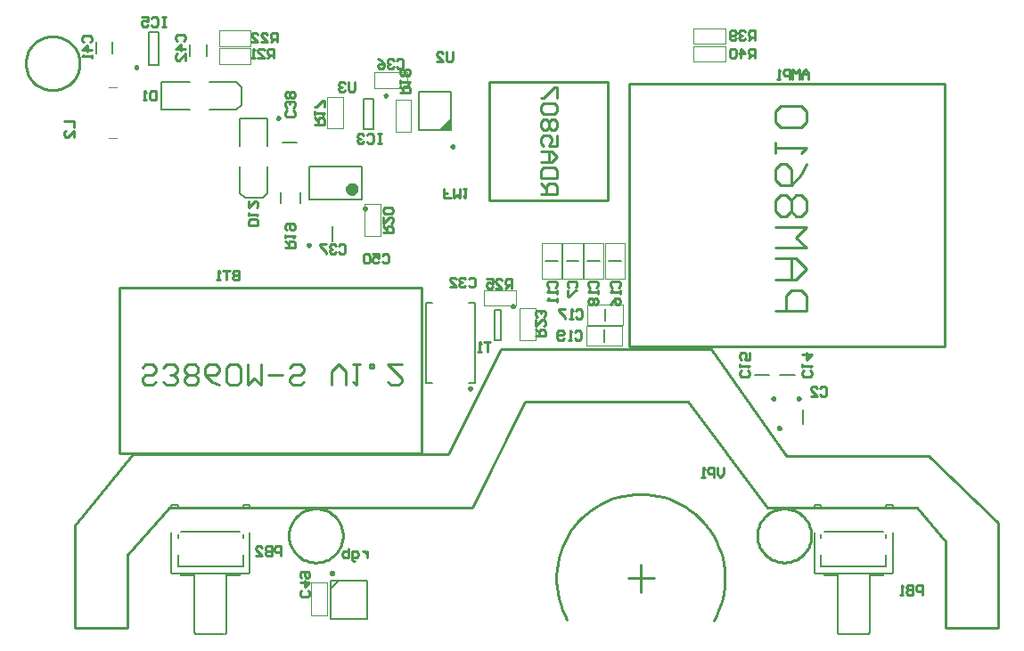
<source format=gbo>
%FSTAX25Y25*%
%MOIN*%
%SFA1B1*%

%IPPOS*%
%ADD30C,0.010000*%
%ADD60C,0.009840*%
%ADD61C,0.023620*%
%ADD62C,0.003940*%
%ADD63C,0.007870*%
%ADD64C,0.005040*%
%LNmain_pcb-1*%
%LPD*%
G54D30*
X0304965Y0233465D02*
D01*
X030494Y0234168*
X0304866Y0234868*
X0304744Y0235561*
X0304574Y0236244*
X0304356Y0236913*
X0304093Y0237566*
X0303784Y0238199*
X0303432Y0238808*
X0303039Y0239392*
X0302605Y0239946*
X0302134Y0240469*
X0301628Y0240958*
X0301089Y0241411*
X0300519Y0241825*
X0299923Y0242198*
X0299301Y0242528*
X0298658Y0242814*
X0297997Y0243055*
X029732Y0243249*
X0296632Y0243395*
X0295935Y0243493*
X0295232Y0243542*
X0294529*
X0293826Y0243493*
X0293129Y0243395*
X0292441Y0243249*
X0291764Y0243055*
X0291103Y0242814*
X029046Y0242528*
X0289839Y0242198*
X0289242Y0241825*
X0288672Y0241411*
X0288133Y0240958*
X0287627Y0240469*
X0287156Y0239946*
X0286722Y0239392*
X0286329Y0238808*
X0285977Y0238199*
X0285668Y0237566*
X0285405Y0236913*
X0285187Y0236244*
X0285017Y0235561*
X0284895Y0234868*
X0284821Y0234168*
X0284797Y0233465*
X0284821Y0232761*
X0284895Y0232061*
X0285017Y0231368*
X0285187Y0230685*
X0285405Y0230016*
X0285668Y0229363*
X0285977Y022873*
X0286329Y0228121*
X0286722Y0227537*
X0287156Y0226983*
X0287627Y022646*
X0288133Y0225971*
X0288672Y0225518*
X0289242Y0225104*
X0289839Y0224731*
X029046Y0224401*
X0291103Y0224115*
X0291764Y0223874*
X0292441Y022368*
X0293129Y0223534*
X0293826Y0223436*
X0294529Y0223387*
X0295232*
X0295935Y0223436*
X0296632Y0223534*
X029732Y022368*
X0297997Y0223874*
X0298658Y0224115*
X0299301Y0224401*
X0299923Y0224731*
X0300519Y0225104*
X0301089Y0225518*
X0301628Y0225971*
X0302134Y022646*
X0302605Y0226983*
X0303039Y0227537*
X0303432Y0228121*
X0303784Y022873*
X0304093Y0229363*
X0304356Y0230016*
X0304574Y0230685*
X0304744Y0231368*
X0304866Y0232061*
X030494Y0232761*
X0304965Y0233465*
X0480162D02*
D01*
X0480137Y0234168*
X0480063Y0234868*
X0479941Y0235561*
X0479771Y0236244*
X0479553Y0236913*
X047929Y0237566*
X0478981Y0238199*
X0478629Y0238808*
X0478236Y0239392*
X0477802Y0239946*
X0477331Y0240469*
X0476825Y0240958*
X0476286Y0241411*
X0475716Y0241825*
X047512Y0242198*
X0474498Y0242528*
X0473855Y0242814*
X0473194Y0243055*
X0472517Y0243249*
X0471829Y0243395*
X0471132Y0243493*
X0470429Y0243542*
X0469726*
X0469023Y0243493*
X0468326Y0243395*
X0467638Y0243249*
X0466961Y0243055*
X04663Y0242814*
X0465657Y0242528*
X0465036Y0242198*
X0464439Y0241825*
X0463869Y0241411*
X046333Y0240958*
X0462824Y0240469*
X0462353Y0239946*
X0461919Y0239392*
X0461526Y0238808*
X0461174Y0238199*
X0460865Y0237566*
X0460602Y0236913*
X0460384Y0236244*
X0460214Y0235561*
X0460092Y0234868*
X0460018Y0234168*
X0459994Y0233465*
X0460018Y0232761*
X0460092Y0232061*
X0460214Y0231368*
X0460384Y0230685*
X0460602Y0230016*
X0460865Y0229363*
X0461174Y022873*
X0461526Y0228121*
X0461919Y0227537*
X0462353Y0226983*
X0462824Y022646*
X046333Y0225971*
X0463869Y0225518*
X0464439Y0225104*
X0465036Y0224731*
X0465657Y0224401*
X04663Y0224115*
X0466961Y0223874*
X0467638Y022368*
X0468326Y0223534*
X0469023Y0223436*
X0469726Y0223387*
X0470429*
X0471132Y0223436*
X0471829Y0223534*
X0472517Y022368*
X0473194Y0223874*
X0473855Y0224115*
X0474498Y0224401*
X047512Y0224731*
X0475716Y0225104*
X0476286Y0225518*
X0476825Y0225971*
X0477331Y022646*
X0477802Y0226983*
X0478236Y0227537*
X0478629Y0228121*
X0478981Y022873*
X047929Y0229363*
X0479553Y0230016*
X0479771Y0230685*
X0479941Y0231368*
X0480063Y0232061*
X0480137Y0232761*
X0480162Y0233465*
X020654Y0410236D02*
D01*
X0206515Y0410939*
X0206441Y0411639*
X0206319Y0412332*
X0206149Y0413015*
X0205931Y0413684*
X0205668Y0414337*
X0205359Y041497*
X0205007Y0415579*
X0204614Y0416163*
X020418Y0416717*
X0203709Y041724*
X0203203Y0417729*
X0202664Y0418182*
X0202094Y0418596*
X0201498Y0418969*
X0200876Y0419299*
X0200233Y0419585*
X0199572Y0419826*
X0198895Y042002*
X0198207Y0420166*
X019751Y0420264*
X0196807Y0420313*
X0196104*
X0195401Y0420264*
X0194704Y0420166*
X0194016Y042002*
X0193339Y0419826*
X0192678Y0419585*
X0192035Y0419299*
X0191414Y0418969*
X0190817Y0418596*
X0190247Y0418182*
X0189708Y0417729*
X0189202Y041724*
X0188731Y0416717*
X0188297Y0416163*
X0187904Y0415579*
X0187552Y041497*
X0187243Y0414337*
X018698Y0413684*
X0186762Y0413015*
X0186592Y0412332*
X018647Y0411639*
X0186396Y0410939*
X0186372Y0410236*
X0186396Y0409532*
X018647Y0408832*
X0186592Y0408139*
X0186762Y0407456*
X018698Y0406787*
X0187243Y0406134*
X0187552Y0405501*
X0187904Y0404892*
X0188297Y0404308*
X0188731Y0403754*
X0189202Y0403231*
X0189708Y0402742*
X0190247Y0402289*
X0190817Y0401875*
X0191414Y0401502*
X0192035Y0401172*
X0192678Y0400886*
X0193339Y0400645*
X0194016Y0400451*
X0194704Y0400305*
X0195401Y0400207*
X0196104Y0400158*
X0196807*
X019751Y0400207*
X0198207Y0400305*
X0198895Y0400451*
X0199572Y0400645*
X0200233Y0400886*
X0200876Y0401172*
X0201498Y0401502*
X0202094Y0401875*
X0202664Y0402289*
X0203203Y0402742*
X0203709Y0403231*
X020418Y0403754*
X0204614Y0404308*
X0205007Y0404892*
X0205359Y0405501*
X0205668Y0406134*
X0205931Y0406787*
X0206149Y0407456*
X0206319Y0408139*
X0206441Y0408832*
X0206515Y0409532*
X020654Y0410236*
X0443648Y020175D02*
D01*
X0444681Y0203693*
X0445576Y0205704*
X044633Y0207772*
X0446936Y0209888*
X0447394Y0212041*
X0447701Y021422*
X0447854Y0216416*
X0447855Y0218617*
X0447701Y0220813*
X0447395Y0222993*
X0446938Y0225146*
X0446331Y0227262*
X0445579Y022933*
X0444683Y0231341*
X044365Y0233285*
X0442484Y0235152*
X044119Y0236932*
X0439776Y0238619*
X0438247Y0240202*
X0436611Y0241675*
X0434877Y024303*
X0433052Y0244261*
X0431146Y0245362*
X0429168Y0246327*
X0427127Y0247152*
X0425033Y0247832*
X0422898Y0248365*
X042073Y0248748*
X0418541Y0248978*
X0416341Y0249055*
X0414141Y0248978*
X0411952Y0248748*
X0409785Y0248366*
X0407649Y0247834*
X0405555Y0247154*
X0403514Y024633*
X0401536Y0245365*
X039963Y0244264*
X0397805Y0243034*
X039607Y0241679*
X0394434Y0240206*
X0392905Y0238623*
X039149Y0236937*
X0390196Y0235156*
X038903Y023329*
X0387996Y0231346*
X0387101Y0229335*
X0386347Y0227267*
X0385741Y0225151*
X0385283Y0222998*
X0384976Y0220819*
X0384823Y0218623*
X0384822Y0216422*
X0384976Y0214226*
X0385282Y0212046*
X0385739Y0209893*
X0386346Y0207777*
X0387098Y0205709*
X0387994Y0203698*
X0388863Y0202041*
X0411969Y0304134D02*
X0530079D01*
X0411969D02*
Y0402559D01*
X0530079*
Y0304134D02*
Y0402559D01*
X0359842Y040315D02*
X0403937D01*
X0359842Y0359055D02*
Y040315D01*
Y0359055D02*
X0403937D01*
Y040315*
X0411614Y021752D02*
X0421457D01*
X0416339Y0212402D02*
Y0222638D01*
X0434055Y0283465D02*
X0463583Y0244094D01*
X0353346D02*
X0373031Y0283465D01*
X0434055*
X0463583Y0244094D02*
X0472441D01*
X022441Y0226378D02*
X0240158Y0244094D01*
X0246063*
X0353346*
X022441Y0198819D02*
Y0226378D01*
X0204724Y0198819D02*
X022441D01*
X0519685Y0244094D02*
X0530512Y0231299D01*
X0472441Y0244094D02*
X0519685D01*
X0530512Y0198819D02*
Y0231299D01*
Y0198819D02*
X0550197D01*
X0204724Y0237205D02*
X0226378Y0263779D01*
X0204724Y0198819D02*
Y0237205D01*
X0226378Y0263779D02*
X0344488D01*
X0364173Y030315*
X0442913*
X0470472Y0263779*
X0470929Y0263323*
X0524165*
X0550197Y0238189*
Y0198819D02*
Y0238189D01*
X022126Y026437D02*
Y0326181D01*
Y026437D02*
X0334252D01*
Y0326181*
X022126D02*
X0334252D01*
X028189Y0225984D02*
Y0229526D01*
X0280119*
X0279528Y0228936*
Y0227755*
X0280119Y0227165*
X028189*
X0278348Y0229526D02*
Y0225984D01*
X0276576*
X0275986Y0226575*
Y0227165*
X0276576Y0227755*
X0278348*
X0276576*
X0275986Y0228346*
Y0228936*
X0276576Y0229526*
X0278348*
X0272444Y0225984D02*
X0274805D01*
X0272444Y0228346*
Y0228936*
X0273034Y0229526*
X0274215*
X0274805Y0228936*
X04474Y0258942D02*
Y0256581D01*
X0446219Y02554*
X0445039Y0256581*
Y0258942*
X0443858Y02554D02*
Y0258942D01*
X0442087*
X0441496Y0258352*
Y0257171*
X0442087Y0256581*
X0443858*
X0440316Y02554D02*
X0439135D01*
X0439725*
Y0258942*
X0440316Y0258352*
X0309449Y0403149D02*
Y0400197D01*
X0308858Y0399606*
X0307678*
X0307087Y0400197*
Y0403149*
X0305907Y0402558D02*
X0305316Y0403149D01*
X0304136*
X0303545Y0402558*
Y0401968*
X0304136Y0401377*
X0304726*
X0304136*
X0303545Y0400787*
Y0400197*
X0304136Y0399606*
X0305316*
X0305907Y0400197*
X0346Y0414542D02*
Y041159D01*
X034541Y0411*
X0344229*
X0343639Y041159*
Y0414542*
X0340096Y0411D02*
X0342458D01*
X0340096Y0413361*
Y0413952*
X0340687Y0414542*
X0341867*
X0342458Y0413952*
X0360236Y0305904D02*
X0357875D01*
X0359055*
Y0302362*
X0356694D02*
X0355513D01*
X0356104*
Y0305904*
X0356694Y0305314*
X036811Y0325984D02*
Y0329526D01*
X0366339*
X0365749Y0328936*
Y0327755*
X0366339Y0327165*
X036811*
X036693D02*
X0365749Y0325984D01*
X0362207D02*
X0364568D01*
X0362207Y0328346*
Y0328936*
X0362797Y0329526*
X0363978*
X0364568Y0328936*
X0358664Y0329526D02*
X0361026D01*
Y0327755*
X0359845Y0328346*
X0359255*
X0358664Y0327755*
Y0326575*
X0359255Y0325984*
X0360436*
X0361026Y0326575*
X0377165Y0308268D02*
X0380708D01*
Y0310039*
X0380117Y0310629*
X0378936*
X0378346Y0310039*
Y0308268*
Y0309448D02*
X0377165Y0310629D01*
Y0314171D02*
Y031181D01*
X0379527Y0314171*
X0380117*
X0380708Y0313581*
Y03124*
X0380117Y031181*
Y0315352D02*
X0380708Y0315942D01*
Y0317123*
X0380117Y0317713*
X0379527*
X0378936Y0317123*
Y0316533*
Y0317123*
X0378346Y0317713*
X0377756*
X0377165Y0317123*
Y0315942*
X0377756Y0315352*
X0280315Y041811D02*
Y0421652D01*
X0278544*
X0277954Y0421062*
Y0419881*
X0278544Y0419291*
X0280315*
X0279134D02*
X0277954Y041811D01*
X0274411D02*
X0276773D01*
X0274411Y0420472*
Y0421062*
X0275002Y0421652*
X0276182*
X0276773Y0421062*
X0270869Y041811D02*
X0273231D01*
X0270869Y0420472*
Y0421062*
X027146Y0421652*
X027264*
X0273231Y0421062*
X0279134Y0412205D02*
Y0415747D01*
X0277363*
X0276772Y0415157*
Y0413976*
X0277363Y0413385*
X0279134*
X0277953D02*
X0276772Y0412205D01*
X027323D02*
X0275592D01*
X027323Y0414566*
Y0415157*
X0273821Y0415747*
X0275001*
X0275592Y0415157*
X0272049Y0412205D02*
X0270869D01*
X0271459*
Y0415747*
X0272049Y0415157*
X0320079Y034685D02*
X0323621D01*
Y0348622*
X032303Y0349212*
X032185*
X0321259Y0348622*
Y034685*
Y0348031D02*
X0320079Y0349212D01*
Y0352754D02*
Y0350393D01*
X032244Y0352754*
X032303*
X0323621Y0352164*
Y0350983*
X032303Y0350393*
Y0353935D02*
X0323621Y0354525D01*
Y0355706*
X032303Y0356296*
X0320669*
X0320079Y0355706*
Y0354525*
X0320669Y0353935*
X032303*
X0283465Y0341339D02*
X0287007D01*
Y034311*
X0286416Y03437*
X0285236*
X0284645Y034311*
Y0341339*
Y0342519D02*
X0283465Y03437D01*
Y0344881D02*
Y0346061D01*
Y0345471*
X0287007*
X0286416Y0344881*
X0284055Y0347832D02*
X0283465Y0348423D01*
Y0349604*
X0284055Y0350194*
X0286416*
X0287007Y0349604*
Y0348423*
X0286416Y0347832*
X0285826*
X0285236Y0348423*
Y0350194*
X0326378Y0399213D02*
X032992D01*
Y0400984*
X032933Y0401574*
X0328149*
X0327559Y0400984*
Y0399213*
Y0400393D02*
X0326378Y0401574D01*
Y0402755D02*
Y0403935D01*
Y0403345*
X032992*
X032933Y0402755*
Y0405707D02*
X032992Y0406297D01*
Y0407478*
X032933Y0408068*
X0328739*
X0328149Y0407478*
X0327559Y0408068*
X0326968*
X0326378Y0407478*
Y0406297*
X0326968Y0405707*
X0327559*
X0328149Y0406297*
X0328739Y0405707*
X032933*
X0328149Y0406297D02*
Y0407478D01*
X0294488Y0387402D02*
X029803D01*
Y0389173*
X029744Y0389763*
X0296259*
X0295669Y0389173*
Y0387402*
Y0388582D02*
X0294488Y0389763D01*
Y0390944D02*
Y0392125D01*
Y0391534*
X029803*
X029744Y0390944*
X029803Y0393896D02*
Y0396257D01*
X029744*
X0295078Y0393896*
X0294488*
X0521654Y0211417D02*
Y021496D01*
X0519882*
X0519292Y0214369*
Y0213188*
X0519882Y0212598*
X0521654*
X0518111Y021496D02*
Y0211417D01*
X051634*
X051575Y0212008*
Y0212598*
X051634Y0213188*
X0518111*
X051634*
X051575Y0213779*
Y0214369*
X051634Y021496*
X0518111*
X0514569Y0211417D02*
X0513388D01*
X0513979*
Y021496*
X0514569Y0214369*
X0200789Y0388583D02*
X0204331D01*
Y0386221*
Y0382679D02*
Y038504D01*
X0201969Y0382679*
X0201379*
X0200789Y0383269*
Y038445*
X0201379Y038504*
X0238583Y0427558D02*
X0237402D01*
X0237992*
Y0424016*
X0238583*
X0237402*
X0233269Y0426968D02*
X023386Y0427558D01*
X023504*
X0235631Y0426968*
Y0424606*
X023504Y0424016*
X023386*
X0233269Y0424606*
X0229727Y0427558D02*
X0232089D01*
Y0425787*
X0230908Y0426377*
X0230318*
X0229727Y0425787*
Y0424606*
X0230318Y0424016*
X0231498*
X0232089Y0424606*
X0319291Y0383857D02*
X0318111D01*
X0318701*
Y0380315*
X0319291*
X0318111*
X0313978Y0383267D02*
X0314568Y0383857D01*
X0315749*
X0316339Y0383267*
Y0380905*
X0315749Y0380315*
X0314568*
X0313978Y0380905*
X0312797Y0383267D02*
X0312207Y0383857D01*
X0311026*
X0310436Y0383267*
Y0382676*
X0311026Y0382086*
X0311617*
X0311026*
X0310436Y0381496*
Y0380905*
X0311026Y0380315*
X0312207*
X0312797Y0380905*
X0345275Y0359844D02*
X0342913D01*
Y0361615*
X0344094*
X0342913*
Y0363386*
X0346456D02*
Y0359844D01*
X0347636Y0361024*
X0348817Y0359844*
Y0363386*
X0349998D02*
X0351178D01*
X0350588*
Y0359844*
X0349998Y0360434*
X0273227Y0349606D02*
X0269685D01*
Y0351377*
X0270275Y0351968*
X0272637*
X0273227Y0351377*
Y0349606*
X0269685Y0353149D02*
Y0354329D01*
Y0353739*
X0273227*
X0272637Y0353149*
X0269685Y0358462D02*
Y03561D01*
X0272046Y0358462*
X0272637*
X0273227Y0357871*
Y0356691*
X0272637Y03561*
X0235039Y0399999D02*
Y0396457D01*
X0233268*
X0232678Y0397047*
Y0399409*
X0233268Y0399999*
X0235039*
X0231497Y0396457D02*
X0230316D01*
X0230907*
Y0399999*
X0231497Y0399409*
X0243111Y0418505D02*
X0242521Y0419095D01*
Y0420276*
X0243111Y0420866*
X0245473*
X0246063Y0420276*
Y0419095*
X0245473Y0418505*
X0246063Y0415553D02*
X0242521D01*
X0244292Y0417324*
Y0414962*
X0246063Y041142D02*
Y0413782D01*
X0243702Y041142*
X0243111*
X0242521Y0412011*
Y0413192*
X0243111Y0413782*
X0208072Y0418111D02*
X0207482Y0418701D01*
Y0419882*
X0208072Y0420472*
X0210433*
X0211024Y0419882*
Y0418701*
X0210433Y0418111*
X0211024Y0415159D02*
X0207482D01*
X0209253Y041693*
Y0414569*
X0211024Y0413388D02*
Y0412207D01*
Y0412798*
X0207482*
X0208072Y0413388*
X0286416Y0392519D02*
X0287007Y0391929D01*
Y0390748*
X0286416Y0390158*
X0284055*
X0283465Y0390748*
Y0391929*
X0284055Y0392519*
X0286416Y03937D02*
X0287007Y039429D01*
Y0395471*
X0286416Y0396061*
X0285826*
X0285236Y0395471*
Y039488*
Y0395471*
X0284645Y0396061*
X0284055*
X0283465Y0395471*
Y039429*
X0284055Y03937*
X0286416Y0397242D02*
X0287007Y0397832D01*
Y0399013*
X0286416Y0399603*
X0285826*
X0285236Y0399013*
X0284645Y0399603*
X0284055*
X0283465Y0399013*
Y0397832*
X0284055Y0397242*
X0284645*
X0285236Y0397832*
X0285826Y0397242*
X0286416*
X0285236Y0397832D02*
Y0399013D01*
X0303544Y0341928D02*
X0304134Y0342518D01*
X0305315*
X0305906Y0341928*
Y0339567*
X0305315Y0338976*
X0304134*
X0303544Y0339567*
X0302363Y0341928D02*
X0301773Y0342518D01*
X0300592*
X0300002Y0341928*
Y0341338*
X0300592Y0340747*
X0301183*
X0300592*
X0300002Y0340157*
Y0339567*
X0300592Y0338976*
X0301773*
X0302363Y0339567*
X0298821Y0342518D02*
X029646D01*
Y0341928*
X0298821Y0339567*
Y0338976*
X0325198Y041122D02*
X0325788Y041181D01*
X0326969*
X0327559Y041122*
Y0408858*
X0326969Y0408268*
X0325788*
X0325198Y0408858*
X0324017Y041122D02*
X0323427Y041181D01*
X0322246*
X0321656Y041122*
Y0410629*
X0322246Y0410039*
X0322836*
X0322246*
X0321656Y0409448*
Y0408858*
X0322246Y0408268*
X0323427*
X0324017Y0408858*
X0318113Y041181D02*
X0319294Y041122D01*
X0320475Y0410039*
Y0408858*
X0319884Y0408268*
X0318704*
X0318113Y0408858*
Y0409448*
X0318704Y0410039*
X0320475*
X0352045Y0329452D02*
X0352635Y0330042D01*
X0353816*
X0354406Y0329452*
Y032709*
X0353816Y03265*
X0352635*
X0352045Y032709*
X0350864Y0329452D02*
X0350274Y0330042D01*
X0349093*
X0348503Y0329452*
Y0328861*
X0349093Y0328271*
X0349683*
X0349093*
X0348503Y0327681*
Y032709*
X0349093Y03265*
X0350274*
X0350864Y032709*
X034496Y03265D02*
X0347322D01*
X034496Y0328861*
Y0329452*
X0345551Y0330042*
X0346732*
X0347322Y0329452*
X0391733Y0309645D02*
X0392323Y0310235D01*
X0393504*
X0394094Y0309645*
Y0307283*
X0393504Y0306693*
X0392323*
X0391733Y0307283*
X0390552Y0306693D02*
X0389372D01*
X0389962*
Y0310235*
X0390552Y0309645*
X03876Y0307283D02*
X038701Y0306693D01*
X0385829*
X0385239Y0307283*
Y0309645*
X0385829Y0310235*
X038701*
X03876Y0309645*
Y0309054*
X038701Y0308464*
X0385239*
X0397442Y0326379D02*
X0396851Y0326969D01*
Y032815*
X0397442Y032874*
X0399803*
X0400394Y032815*
Y0326969*
X0399803Y0326379*
X0400394Y0325198D02*
Y0324017D01*
Y0324608*
X0396851*
X0397442Y0325198*
Y0322246D02*
X0396851Y0321656D01*
Y0320475*
X0397442Y0319885*
X0398032*
X0398623Y0320475*
X0399213Y0319885*
X0399803*
X0400394Y0320475*
Y0321656*
X0399803Y0322246*
X0399213*
X0398623Y0321656*
X0398032Y0322246*
X0397442*
X0398623Y0321656D02*
Y0320475D01*
X0392127Y0317519D02*
X0392717Y0318109D01*
X0393898*
X0394488Y0317519*
Y0315157*
X0393898Y0314567*
X0392717*
X0392127Y0315157*
X0390946Y0314567D02*
X0389765D01*
X0390356*
Y0318109*
X0390946Y0317519*
X0387994Y0318109D02*
X0385633D01*
Y0317519*
X0387994Y0315157*
Y0314567*
X040571Y0326379D02*
X0405119Y0326969D01*
Y032815*
X040571Y032874*
X0408071*
X0408661Y032815*
Y0326969*
X0408071Y0326379*
X0408661Y0325198D02*
Y0324017D01*
Y0324608*
X0405119*
X040571Y0325198*
X0405119Y0319885D02*
X040571Y0321065D01*
X040689Y0322246*
X0408071*
X0408661Y0321656*
Y0320475*
X0408071Y0319885*
X0407481*
X040689Y0320475*
Y0322246*
X0456495Y0295275D02*
X0457086Y0294685D01*
Y0293504*
X0456495Y0292913*
X0454134*
X0453543Y0293504*
Y0294685*
X0454134Y0295275*
X0453543Y0296456D02*
Y0297636D01*
Y0297046*
X0457086*
X0456495Y0296456*
X0457086Y0301769D02*
Y0299407D01*
X0455314*
X0455905Y0300588*
Y0301178*
X0455314Y0301769*
X0454134*
X0453543Y0301178*
Y0299998*
X0454134Y0299407*
X0479723Y0295275D02*
X0480314Y0294685D01*
Y0293504*
X0479723Y0292913*
X0477362*
X0476772Y0293504*
Y0294685*
X0477362Y0295275*
X0476772Y0296456D02*
Y0297636D01*
Y0297046*
X0480314*
X0479723Y0296456*
X0476772Y0301178D02*
X0480314D01*
X0478543Y0299407*
Y0301769*
X0382088Y0326379D02*
X0381497Y0326969D01*
Y032815*
X0382088Y032874*
X0384449*
X0385039Y032815*
Y0326969*
X0384449Y0326379*
X0385039Y0325198D02*
Y0324017D01*
Y0324608*
X0381497*
X0382088Y0325198*
X0385039Y0322246D02*
Y0321065D01*
Y0321656*
X0381497*
X0382088Y0322246*
X0389568Y0326379D02*
X0388978Y0326969D01*
Y032815*
X0389568Y032874*
X0391929*
X039252Y032815*
Y0326969*
X0391929Y0326379*
X0388978Y0325198D02*
Y0322837D01*
X0389568*
X0391929Y0325198*
X039252*
X0483513Y028852D02*
X0484103Y028911D01*
X0485284*
X0485874Y028852*
Y0286158*
X0485284Y0285568*
X0484103*
X0483513Y0286158*
X047997Y0285568D02*
X0482332D01*
X047997Y0287929*
Y028852*
X0480561Y028911*
X0481742*
X0482332Y028852*
X0266142Y0332676D02*
Y0329134D01*
X0264371*
X026378Y0329724*
Y0330315*
X0264371Y0330905*
X0266142*
X0264371*
X026378Y0331495*
Y0332086*
X0264371Y0332676*
X0266142*
X02626D02*
X0260238D01*
X0261419*
Y0329134*
X0259057D02*
X0257877D01*
X0258467*
Y0332676*
X0259057Y0332086*
X0479134Y0404331D02*
Y0406692D01*
X0477953Y0407873*
X0476772Y0406692*
Y0404331*
Y0406102*
X0479134*
X0475592Y0404331D02*
Y0407873D01*
X0474411Y0406692*
X047323Y0407873*
Y0404331*
X047205D02*
Y0407873D01*
X0470279*
X0469688Y0407282*
Y0406102*
X0470279Y0405511*
X047205*
X0468507Y0404331D02*
X0467327D01*
X0467917*
Y0407873*
X0468507Y0407282*
X0291928Y0212991D02*
X0292518Y0212401D01*
Y021122*
X0291928Y021063*
X0289567*
X0288976Y021122*
Y0212401*
X0289567Y0212991*
X0288976Y0215943D02*
X0292518D01*
X0290747Y0214172*
Y0216533*
X0289567Y0217714D02*
X0288976Y0218305D01*
Y0219485*
X0289567Y0220076*
X0291928*
X0292518Y0219485*
Y0218305*
X0291928Y0217714*
X0291338*
X0290747Y0218305*
Y0220076*
X0314173Y0227558D02*
Y0225197D01*
Y0226378*
X0313583Y0226968*
X0312993Y0227558*
X0312402*
X030945Y0224016D02*
X030886D01*
X030827Y0224606*
Y0227558*
X0310041*
X0310631Y0226968*
Y0225787*
X0310041Y0225197*
X030827*
X0307089Y0228739D02*
Y0225197D01*
X0305318*
X0304728Y0225787*
Y0226378*
Y0226968*
X0305318Y0227558*
X0307089*
X0319686Y0338385D02*
X0320276Y0338975D01*
X0321457*
X0322047Y0338385*
Y0336023*
X0321457Y0335433*
X0320276*
X0319686Y0336023*
X0316144Y0338975D02*
X0318505D01*
Y0337204*
X0317324Y0337794*
X0316734*
X0316144Y0337204*
Y0336023*
X0316734Y0335433*
X0317915*
X0318505Y0336023*
X0314963Y0338385D02*
X0314373Y0338975D01*
X0313192*
X0312601Y0338385*
Y0336023*
X0313192Y0335433*
X0314373*
X0314963Y0336023*
Y0338385*
X0459055Y0418898D02*
Y042244D01*
X0457284*
X0456694Y0421849*
Y0420669*
X0457284Y0420078*
X0459055*
X0457874D02*
X0456694Y0418898D01*
X0455513Y0421849D02*
X0454923Y042244D01*
X0453742*
X0453152Y0421849*
Y0421259*
X0453742Y0420669*
X0454332*
X0453742*
X0453152Y0420078*
Y0419488*
X0453742Y0418898*
X0454923*
X0455513Y0419488*
X0451971D02*
X045138Y0418898D01*
X04502*
X0449609Y0419488*
Y0421849*
X04502Y042244*
X045138*
X0451971Y0421849*
Y0421259*
X045138Y0420669*
X0449609*
X0459055Y0412205D02*
Y0415747D01*
X0457284*
X0456694Y0415157*
Y0413976*
X0457284Y0413385*
X0459055*
X0457874D02*
X0456694Y0412205D01*
X0453742D02*
Y0415747D01*
X0455513Y0413976*
X0453152*
X0451971Y0415157D02*
X045138Y0415747D01*
X04502*
X0449609Y0415157*
Y0412795*
X04502Y0412205*
X045138*
X0451971Y0412795*
Y0415157*
X0466693Y031752D02*
X04785D01*
Y0323423*
X0476532Y0325391*
X0472597*
X0470629Y0323423*
Y031752*
X0466693Y0329327D02*
X0474564D01*
X04785Y0333263*
X0474564Y0337198*
X0466693*
X0472597*
Y0329327*
X0466693Y0341134D02*
X04785D01*
X0474564Y034507*
X04785Y0349006*
X0466693*
X0476532Y0352941D02*
X04785Y0354909D01*
Y0358845*
X0476532Y0360813*
X0474564*
X0472597Y0358845*
X0470629Y0360813*
X0468661*
X0466693Y0358845*
Y0354909*
X0468661Y0352941*
X0470629*
X0472597Y0354909*
X0474564Y0352941*
X0476532*
X0472597Y0354909D02*
Y0358845D01*
X04785Y037262D02*
X0476532Y0368684D01*
X0472597Y0364749*
X0468661*
X0466693Y0366716*
Y0370652*
X0468661Y037262*
X0470629*
X0472597Y0370652*
Y0364749*
X0466693Y0376556D02*
Y0380491D01*
Y0378524*
X04785*
X0476532Y0376556*
Y0386395D02*
X04785Y0388363D01*
Y0392299*
X0476532Y0394267*
X0468661*
X0466693Y0392299*
Y0388363*
X0468661Y0386395*
X0476532*
X0379134Y0361417D02*
X0385132D01*
Y0364416*
X0384132Y0365416*
X0382133*
X0381133Y0364416*
Y0361417*
Y0363417D02*
X0379134Y0365416D01*
X0385132Y0367415D02*
X0379134D01*
Y0370414*
X0380134Y0371414*
X0384132*
X0385132Y0370414*
Y0367415*
X0379134Y0373413D02*
X0383133D01*
X0385132Y0375413*
X0383133Y0377412*
X0379134*
X0382133*
Y0373413*
X0385132Y038341D02*
Y0379412D01*
X0382133*
X0383133Y0381411*
Y0382411*
X0382133Y038341*
X0380134*
X0379134Y0382411*
Y0380411*
X0380134Y0379412*
X0384132Y038541D02*
X0385132Y0386409D01*
Y0388409*
X0384132Y0389408*
X0383133*
X0382133Y0388409*
X0381133Y0389408*
X0380134*
X0379134Y0388409*
Y0386409*
X0380134Y038541*
X0381133*
X0382133Y0386409*
X0383133Y038541*
X0384132*
X0382133Y0386409D02*
Y0388409D01*
X0384132Y0391408D02*
X0385132Y0392407D01*
Y0394407*
X0384132Y0395406*
X0380134*
X0379134Y0394407*
Y0392407*
X0380134Y0391408*
X0384132*
X0385132Y0397406D02*
Y0401404D01*
X0384132*
X0380134Y0397406*
X0379134*
X0300513Y0218799D02*
X0301512D01*
Y0219799*
X0300513*
Y0218799*
X0235169Y0291078D02*
X0233857Y0289766D01*
X0231233*
X0229921Y0291078*
Y029239*
X0231233Y0293702*
X0233857*
X0235169Y0295014*
Y0296326*
X0233857Y0297638*
X0231233*
X0229921Y0296326*
X0237793Y0291078D02*
X0239105Y0289766D01*
X0241728*
X024304Y0291078*
Y029239*
X0241728Y0293702*
X0240417*
X0241728*
X024304Y0295014*
Y0296326*
X0241728Y0297638*
X0239105*
X0237793Y0296326*
X0245664Y0291078D02*
X0246976Y0289766D01*
X02496*
X0250912Y0291078*
Y029239*
X02496Y0293702*
X0250912Y0295014*
Y0296326*
X02496Y0297638*
X0246976*
X0245664Y0296326*
Y0295014*
X0246976Y0293702*
X0245664Y029239*
Y0291078*
X0246976Y0293702D02*
X02496D01*
X0258783Y0289766D02*
X0256159Y0291078D01*
X0253536Y0293702*
Y0296326*
X0254848Y0297638*
X0257471*
X0258783Y0296326*
Y0295014*
X0257471Y0293702*
X0253536*
X0261407Y0291078D02*
X0262719Y0289766D01*
X0265343*
X0266655Y0291078*
Y0296326*
X0265343Y0297638*
X0262719*
X0261407Y0296326*
Y0291078*
X0269279Y0297638D02*
Y0289766D01*
X0271902Y029239*
X0274526Y0289766*
Y0297638*
X027715Y0293702D02*
X0282398D01*
X0290269Y0291078D02*
X0288957Y0289766D01*
X0286333*
X0285022Y0291078*
Y029239*
X0286333Y0293702*
X0288957*
X0290269Y0295014*
Y0296326*
X0288957Y0297638*
X0286333*
X0285022Y0296326*
X0300765Y0289766D02*
Y0295014D01*
X0303388Y0297638*
X0306012Y0295014*
Y0289766*
X0308636Y0297638D02*
X031126D01*
X0309948*
Y0289766*
X0308636Y0291078*
X0315196Y0297638D02*
Y0296326D01*
X0316508*
Y0297638*
X0315196*
X0327003D02*
X0321755D01*
X0327003Y029239*
Y0291078*
X0325691Y0289766*
X0323067*
X0321755Y0291078*
G54D60*
X0313701Y0355906D02*
D01*
X0313699Y035594*
X0313696Y0355974*
X031369Y0356008*
X0313681Y0356041*
X0313671Y0356074*
X0313658Y0356106*
X0313643Y0356136*
X0313626Y0356166*
X0313607Y0356195*
X0313585Y0356222*
X0313562Y0356247*
X0313538Y0356271*
X0313511Y0356293*
X0313484Y0356313*
X0313455Y0356332*
X0313424Y0356348*
X0313393Y0356362*
X0313361Y0356373*
X0313328Y0356383*
X0313294Y035639*
X031326Y0356395*
X0313226Y0356397*
X0313191*
X0313157Y0356395*
X0313123Y035639*
X0313089Y0356383*
X0313056Y0356373*
X0313024Y0356362*
X0312993Y0356348*
X0312963Y0356332*
X0312933Y0356313*
X0312906Y0356293*
X0312879Y0356271*
X0312855Y0356247*
X0312832Y0356222*
X031281Y0356195*
X0312791Y0356166*
X0312774Y0356136*
X0312759Y0356106*
X0312746Y0356074*
X0312736Y0356041*
X0312727Y0356008*
X0312721Y0355974*
X0312718Y035594*
X0312717Y0355906*
X0312718Y0355871*
X0312721Y0355837*
X0312727Y0355803*
X0312736Y035577*
X0312746Y0355737*
X0312759Y0355705*
X0312774Y0355675*
X0312791Y0355645*
X031281Y0355616*
X0312832Y0355589*
X0312855Y0355564*
X0312879Y035554*
X0312906Y0355518*
X0312933Y0355498*
X0312963Y0355479*
X0312993Y0355463*
X0313024Y0355449*
X0313056Y0355438*
X0313089Y0355428*
X0313123Y0355421*
X0313157Y0355416*
X0313191Y0355414*
X0313226*
X031326Y0355416*
X0313294Y0355421*
X0313328Y0355428*
X0313361Y0355438*
X0313393Y0355449*
X0313424Y0355463*
X0313455Y0355479*
X0313484Y0355498*
X0313511Y0355518*
X0313538Y035554*
X0313562Y0355564*
X0313585Y0355589*
X0313607Y0355616*
X0313626Y0355645*
X0313643Y0355675*
X0313658Y0355705*
X0313671Y0355737*
X0313681Y035577*
X031369Y0355803*
X0313696Y0355837*
X0313699Y0355871*
X0313701Y0355906*
X0292717Y0342224D02*
D01*
X0292715Y0342258*
X0292712Y0342292*
X0292706Y0342326*
X0292697Y0342359*
X0292687Y0342392*
X0292674Y0342424*
X0292659Y0342454*
X0292642Y0342484*
X0292623Y0342513*
X0292601Y034254*
X0292578Y0342565*
X0292554Y0342589*
X0292527Y0342611*
X02925Y0342631*
X0292471Y034265*
X029244Y0342666*
X0292409Y034268*
X0292377Y0342691*
X0292344Y0342701*
X029231Y0342708*
X0292276Y0342713*
X0292242Y0342715*
X0292207*
X0292173Y0342713*
X0292139Y0342708*
X0292105Y0342701*
X0292072Y0342691*
X029204Y034268*
X0292009Y0342666*
X0291979Y034265*
X0291949Y0342631*
X0291922Y0342611*
X0291895Y0342589*
X0291871Y0342565*
X0291848Y034254*
X0291826Y0342513*
X0291807Y0342484*
X029179Y0342454*
X0291775Y0342424*
X0291762Y0342392*
X0291752Y0342359*
X0291743Y0342326*
X0291737Y0342292*
X0291734Y0342258*
X0291733Y0342224*
X0291734Y0342189*
X0291737Y0342155*
X0291743Y0342121*
X0291752Y0342088*
X0291762Y0342055*
X0291775Y0342023*
X029179Y0341993*
X0291807Y0341963*
X0291826Y0341934*
X0291848Y0341907*
X0291871Y0341882*
X0291895Y0341858*
X0291922Y0341836*
X0291949Y0341816*
X0291979Y0341797*
X0292009Y0341781*
X029204Y0341767*
X0292072Y0341756*
X0292105Y0341746*
X0292139Y0341739*
X0292173Y0341734*
X0292207Y0341732*
X0292242*
X0292276Y0341734*
X029231Y0341739*
X0292344Y0341746*
X0292377Y0341756*
X0292409Y0341767*
X029244Y0341781*
X0292471Y0341797*
X02925Y0341816*
X0292527Y0341836*
X0292554Y0341858*
X0292578Y0341882*
X0292601Y0341907*
X0292623Y0341934*
X0292642Y0341963*
X0292659Y0341993*
X0292674Y0342023*
X0292687Y0342055*
X0292697Y0342088*
X0292706Y0342121*
X0292712Y0342155*
X0292715Y0342189*
X0292717Y0342224*
X0475984Y0284744D02*
D01*
X0475982Y0284778*
X0475979Y0284812*
X0475973Y0284846*
X0475964Y0284879*
X0475954Y0284912*
X0475941Y0284944*
X0475926Y0284974*
X0475909Y0285004*
X047589Y0285033*
X0475868Y028506*
X0475845Y0285085*
X0475821Y0285109*
X0475794Y0285131*
X0475767Y0285151*
X0475738Y028517*
X0475707Y0285186*
X0475676Y02852*
X0475644Y0285211*
X0475611Y0285221*
X0475577Y0285228*
X0475543Y0285233*
X0475509Y0285235*
X0475474*
X047544Y0285233*
X0475406Y0285228*
X0475372Y0285221*
X0475339Y0285211*
X0475307Y02852*
X0475276Y0285186*
X0475246Y028517*
X0475216Y0285151*
X0475189Y0285131*
X0475162Y0285109*
X0475138Y0285085*
X0475115Y028506*
X0475093Y0285033*
X0475074Y0285004*
X0475057Y0284974*
X0475042Y0284944*
X0475029Y0284912*
X0475019Y0284879*
X047501Y0284846*
X0475004Y0284812*
X0475001Y0284778*
X0475Y0284744*
X0475001Y0284709*
X0475004Y0284675*
X047501Y0284641*
X0475019Y0284608*
X0475029Y0284575*
X0475042Y0284543*
X0475057Y0284513*
X0475074Y0284483*
X0475093Y0284454*
X0475115Y0284427*
X0475138Y0284402*
X0475162Y0284378*
X0475189Y0284356*
X0475216Y0284336*
X0475246Y0284317*
X0475276Y0284301*
X0475307Y0284287*
X0475339Y0284276*
X0475372Y0284266*
X0475406Y0284259*
X047544Y0284254*
X0475474Y0284252*
X0475509*
X0475543Y0284254*
X0475577Y0284259*
X0475611Y0284266*
X0475644Y0284276*
X0475676Y0284287*
X0475707Y0284301*
X0475738Y0284317*
X0475767Y0284336*
X0475794Y0284356*
X0475821Y0284378*
X0475845Y0284402*
X0475868Y0284427*
X047589Y0284454*
X0475909Y0284483*
X0475926Y0284513*
X0475941Y0284543*
X0475954Y0284575*
X0475964Y0284608*
X0475973Y0284641*
X0475979Y0284675*
X0475982Y0284709*
X0475984Y0284744*
X0466535D02*
D01*
X0466533Y0284778*
X046653Y0284812*
X0466524Y0284846*
X0466515Y0284879*
X0466505Y0284912*
X0466492Y0284944*
X0466477Y0284974*
X046646Y0285004*
X0466441Y0285033*
X0466419Y028506*
X0466396Y0285085*
X0466372Y0285109*
X0466345Y0285131*
X0466318Y0285151*
X0466289Y028517*
X0466258Y0285186*
X0466227Y02852*
X0466195Y0285211*
X0466162Y0285221*
X0466128Y0285228*
X0466094Y0285233*
X046606Y0285235*
X0466025*
X0465991Y0285233*
X0465957Y0285228*
X0465923Y0285221*
X046589Y0285211*
X0465858Y02852*
X0465827Y0285186*
X0465797Y028517*
X0465767Y0285151*
X046574Y0285131*
X0465713Y0285109*
X0465689Y0285085*
X0465666Y028506*
X0465644Y0285033*
X0465625Y0285004*
X0465608Y0284974*
X0465593Y0284944*
X046558Y0284912*
X046557Y0284879*
X0465561Y0284846*
X0465555Y0284812*
X0465552Y0284778*
X0465551Y0284744*
X0465552Y0284709*
X0465555Y0284675*
X0465561Y0284641*
X046557Y0284608*
X046558Y0284575*
X0465593Y0284543*
X0465608Y0284513*
X0465625Y0284483*
X0465644Y0284454*
X0465666Y0284427*
X0465689Y0284402*
X0465713Y0284378*
X046574Y0284356*
X0465767Y0284336*
X0465797Y0284317*
X0465827Y0284301*
X0465858Y0284287*
X046589Y0284276*
X0465923Y0284266*
X0465957Y0284259*
X0465991Y0284254*
X0466025Y0284252*
X046606*
X0466094Y0284254*
X0466128Y0284259*
X0466162Y0284266*
X0466195Y0284276*
X0466227Y0284287*
X0466258Y0284301*
X0466289Y0284317*
X0466318Y0284336*
X0466345Y0284356*
X0466372Y0284378*
X0466396Y0284402*
X0466419Y0284427*
X0466441Y0284454*
X046646Y0284483*
X0466477Y0284513*
X0466492Y0284543*
X0466505Y0284575*
X0466515Y0284608*
X0466524Y0284641*
X046653Y0284675*
X0466533Y0284709*
X0466535Y0284744*
X0281299Y0389665D02*
D01*
X0281297Y0389699*
X0281294Y0389733*
X0281288Y0389767*
X0281279Y03898*
X0281269Y0389833*
X0281256Y0389865*
X0281241Y0389895*
X0281224Y0389925*
X0281205Y0389954*
X0281183Y0389981*
X028116Y0390006*
X0281136Y039003*
X0281109Y0390052*
X0281082Y0390072*
X0281053Y0390091*
X0281022Y0390107*
X0280991Y0390121*
X0280959Y0390132*
X0280926Y0390142*
X0280892Y0390149*
X0280858Y0390154*
X0280824Y0390156*
X0280789*
X0280755Y0390154*
X0280721Y0390149*
X0280687Y0390142*
X0280654Y0390132*
X0280622Y0390121*
X0280591Y0390107*
X0280561Y0390091*
X0280531Y0390072*
X0280504Y0390052*
X0280477Y039003*
X0280453Y0390006*
X028043Y0389981*
X0280408Y0389954*
X0280389Y0389925*
X0280372Y0389895*
X0280357Y0389865*
X0280344Y0389833*
X0280334Y03898*
X0280325Y0389767*
X0280319Y0389733*
X0280316Y0389699*
X0280315Y0389665*
X0280316Y038963*
X0280319Y0389596*
X0280325Y0389562*
X0280334Y0389529*
X0280344Y0389496*
X0280357Y0389464*
X0280372Y0389434*
X0280389Y0389404*
X0280408Y0389375*
X028043Y0389348*
X0280453Y0389323*
X0280477Y0389299*
X0280504Y0389277*
X0280531Y0389257*
X0280561Y0389238*
X0280591Y0389222*
X0280622Y0389208*
X0280654Y0389197*
X0280687Y0389187*
X0280721Y038918*
X0280755Y0389175*
X0280789Y0389173*
X0280824*
X0280858Y0389175*
X0280892Y038918*
X0280926Y0389187*
X0280959Y0389197*
X0280991Y0389208*
X0281022Y0389222*
X0281053Y0389238*
X0281082Y0389257*
X0281109Y0389277*
X0281136Y0389299*
X028116Y0389323*
X0281183Y0389348*
X0281205Y0389375*
X0281224Y0389404*
X0281241Y0389434*
X0281256Y0389464*
X0281269Y0389496*
X0281279Y0389529*
X0281288Y0389562*
X0281294Y0389596*
X0281297Y038963*
X0281299Y0389665*
X0321555Y0398228D02*
D01*
X0321553Y0398262*
X032155Y0398296*
X0321544Y039833*
X0321535Y0398363*
X0321525Y0398396*
X0321512Y0398428*
X0321497Y0398458*
X032148Y0398488*
X0321461Y0398517*
X0321439Y0398544*
X0321416Y0398569*
X0321392Y0398593*
X0321365Y0398615*
X0321338Y0398635*
X0321309Y0398654*
X0321278Y039867*
X0321247Y0398684*
X0321215Y0398695*
X0321182Y0398705*
X0321148Y0398712*
X0321114Y0398717*
X032108Y0398719*
X0321045*
X0321011Y0398717*
X0320977Y0398712*
X0320943Y0398705*
X032091Y0398695*
X0320878Y0398684*
X0320847Y039867*
X0320817Y0398654*
X0320787Y0398635*
X032076Y0398615*
X0320733Y0398593*
X0320709Y0398569*
X0320686Y0398544*
X0320664Y0398517*
X0320645Y0398488*
X0320628Y0398458*
X0320613Y0398428*
X03206Y0398396*
X032059Y0398363*
X0320581Y039833*
X0320575Y0398296*
X0320572Y0398262*
X0320571Y0398228*
X0320572Y0398193*
X0320575Y0398159*
X0320581Y0398125*
X032059Y0398092*
X03206Y0398059*
X0320613Y0398027*
X0320628Y0397997*
X0320645Y0397967*
X0320664Y0397938*
X0320686Y0397911*
X0320709Y0397886*
X0320733Y0397862*
X032076Y039784*
X0320787Y039782*
X0320817Y0397801*
X0320847Y0397785*
X0320878Y0397771*
X032091Y039776*
X0320943Y039775*
X0320977Y0397743*
X0321011Y0397738*
X0321045Y0397736*
X032108*
X0321114Y0397738*
X0321148Y0397743*
X0321182Y039775*
X0321215Y039776*
X0321247Y0397771*
X0321278Y0397785*
X0321309Y0397801*
X0321338Y039782*
X0321365Y039784*
X0321392Y0397862*
X0321416Y0397886*
X0321439Y0397911*
X0321461Y0397938*
X032148Y0397967*
X0321497Y0397997*
X0321512Y0398027*
X0321525Y0398059*
X0321535Y0398092*
X0321544Y0398125*
X032155Y0398159*
X0321553Y0398193*
X0321555Y0398228*
X0346555Y0379134D02*
D01*
X0346553Y0379168*
X034655Y0379202*
X0346544Y0379236*
X0346535Y0379269*
X0346525Y0379302*
X0346512Y0379334*
X0346497Y0379364*
X034648Y0379394*
X0346461Y0379423*
X0346439Y037945*
X0346416Y0379475*
X0346392Y0379499*
X0346365Y0379521*
X0346338Y0379541*
X0346309Y037956*
X0346278Y0379576*
X0346247Y037959*
X0346215Y0379601*
X0346182Y0379611*
X0346148Y0379618*
X0346114Y0379623*
X034608Y0379625*
X0346045*
X0346011Y0379623*
X0345977Y0379618*
X0345943Y0379611*
X034591Y0379601*
X0345878Y037959*
X0345847Y0379576*
X0345817Y037956*
X0345787Y0379541*
X034576Y0379521*
X0345733Y0379499*
X0345709Y0379475*
X0345686Y037945*
X0345664Y0379423*
X0345645Y0379394*
X0345628Y0379364*
X0345613Y0379334*
X03456Y0379302*
X034559Y0379269*
X0345581Y0379236*
X0345575Y0379202*
X0345572Y0379168*
X0345571Y0379134*
X0345572Y0379099*
X0345575Y0379065*
X0345581Y0379031*
X034559Y0378998*
X03456Y0378965*
X0345613Y0378933*
X0345628Y0378903*
X0345645Y0378873*
X0345664Y0378844*
X0345686Y0378817*
X0345709Y0378792*
X0345733Y0378768*
X034576Y0378746*
X0345787Y0378726*
X0345817Y0378707*
X0345847Y0378691*
X0345878Y0378677*
X034591Y0378666*
X0345943Y0378656*
X0345977Y0378649*
X0346011Y0378644*
X0346045Y0378642*
X034608*
X0346114Y0378644*
X0346148Y0378649*
X0346182Y0378656*
X0346215Y0378666*
X0346247Y0378677*
X0346278Y0378691*
X0346309Y0378707*
X0346338Y0378726*
X0346365Y0378746*
X0346392Y0378768*
X0346416Y0378792*
X0346439Y0378817*
X0346461Y0378844*
X034648Y0378873*
X0346497Y0378903*
X0346512Y0378933*
X0346525Y0378965*
X0346535Y0378998*
X0346544Y0379031*
X034655Y0379065*
X0346553Y0379099*
X0346555Y0379134*
X0368996Y0319291D02*
D01*
X0368994Y0319325*
X0368991Y0319359*
X0368985Y0319393*
X0368976Y0319426*
X0368966Y0319459*
X0368953Y0319491*
X0368938Y0319521*
X0368921Y0319551*
X0368902Y031958*
X036888Y0319607*
X0368857Y0319632*
X0368833Y0319656*
X0368806Y0319678*
X0368779Y0319698*
X036875Y0319717*
X0368719Y0319733*
X0368688Y0319747*
X0368656Y0319758*
X0368623Y0319768*
X0368589Y0319775*
X0368555Y031978*
X0368521Y0319782*
X0368486*
X0368452Y031978*
X0368418Y0319775*
X0368384Y0319768*
X0368351Y0319758*
X0368319Y0319747*
X0368288Y0319733*
X0368258Y0319717*
X0368228Y0319698*
X0368201Y0319678*
X0368174Y0319656*
X036815Y0319632*
X0368127Y0319607*
X0368105Y031958*
X0368086Y0319551*
X0368069Y0319521*
X0368054Y0319491*
X0368041Y0319459*
X0368031Y0319426*
X0368022Y0319393*
X0368016Y0319359*
X0368013Y0319325*
X0368012Y0319291*
X0368013Y0319256*
X0368016Y0319222*
X0368022Y0319188*
X0368031Y0319155*
X0368041Y0319122*
X0368054Y031909*
X0368069Y031906*
X0368086Y031903*
X0368105Y0319001*
X0368127Y0318974*
X036815Y0318949*
X0368174Y0318925*
X0368201Y0318903*
X0368228Y0318883*
X0368258Y0318864*
X0368288Y0318848*
X0368319Y0318834*
X0368351Y0318823*
X0368384Y0318813*
X0368418Y0318806*
X0368452Y0318801*
X0368486Y0318799*
X0368521*
X0368555Y0318801*
X0368589Y0318806*
X0368623Y0318813*
X0368656Y0318823*
X0368688Y0318834*
X0368719Y0318848*
X036875Y0318864*
X0368779Y0318883*
X0368806Y0318903*
X0368833Y0318925*
X0368857Y0318949*
X036888Y0318974*
X0368902Y0319001*
X0368921Y031903*
X0368938Y031906*
X0368953Y031909*
X0368966Y0319122*
X0368976Y0319155*
X0368985Y0319188*
X0368991Y0319222*
X0368994Y0319256*
X0368996Y0319291*
X0228248Y0408661D02*
D01*
X0228246Y0408695*
X0228243Y0408729*
X0228237Y0408763*
X0228228Y0408796*
X0228218Y0408829*
X0228205Y0408861*
X022819Y0408891*
X0228173Y0408921*
X0228154Y040895*
X0228132Y0408977*
X0228109Y0409002*
X0228085Y0409026*
X0228058Y0409048*
X0228031Y0409068*
X0228002Y0409087*
X0227971Y0409103*
X022794Y0409117*
X0227908Y0409128*
X0227875Y0409138*
X0227841Y0409145*
X0227807Y040915*
X0227773Y0409152*
X0227738*
X0227704Y040915*
X022767Y0409145*
X0227636Y0409138*
X0227603Y0409128*
X0227571Y0409117*
X022754Y0409103*
X022751Y0409087*
X022748Y0409068*
X0227453Y0409048*
X0227426Y0409026*
X0227402Y0409002*
X0227379Y0408977*
X0227357Y040895*
X0227338Y0408921*
X0227321Y0408891*
X0227306Y0408861*
X0227293Y0408829*
X0227283Y0408796*
X0227274Y0408763*
X0227268Y0408729*
X0227265Y0408695*
X0227264Y0408661*
X0227265Y0408626*
X0227268Y0408592*
X0227274Y0408558*
X0227283Y0408525*
X0227293Y0408492*
X0227306Y040846*
X0227321Y040843*
X0227338Y04084*
X0227357Y0408371*
X0227379Y0408344*
X0227402Y0408319*
X0227426Y0408295*
X0227453Y0408273*
X022748Y0408253*
X022751Y0408234*
X022754Y0408218*
X0227571Y0408204*
X0227603Y0408193*
X0227636Y0408183*
X022767Y0408176*
X0227704Y0408171*
X0227738Y0408169*
X0227773*
X0227807Y0408171*
X0227841Y0408176*
X0227875Y0408183*
X0227908Y0408193*
X022794Y0408204*
X0227971Y0408218*
X0228002Y0408234*
X0228031Y0408253*
X0228058Y0408273*
X0228085Y0408295*
X0228109Y0408319*
X0228132Y0408344*
X0228154Y0408371*
X0228173Y04084*
X022819Y040843*
X0228205Y040846*
X0228218Y0408492*
X0228228Y0408525*
X0228237Y0408558*
X0228243Y0408592*
X0228246Y0408626*
X0228248Y0408661*
X0468701Y0273721D02*
D01*
X0468699Y0273755*
X0468696Y0273789*
X046869Y0273823*
X0468681Y0273856*
X0468671Y0273889*
X0468658Y0273921*
X0468643Y0273951*
X0468626Y0273981*
X0468607Y027401*
X0468585Y0274037*
X0468562Y0274062*
X0468538Y0274086*
X0468511Y0274108*
X0468484Y0274128*
X0468455Y0274147*
X0468424Y0274163*
X0468393Y0274177*
X0468361Y0274188*
X0468328Y0274198*
X0468294Y0274205*
X046826Y027421*
X0468226Y0274212*
X0468191*
X0468157Y027421*
X0468123Y0274205*
X0468089Y0274198*
X0468056Y0274188*
X0468024Y0274177*
X0467993Y0274163*
X0467963Y0274147*
X0467933Y0274128*
X0467906Y0274108*
X0467879Y0274086*
X0467855Y0274062*
X0467832Y0274037*
X046781Y027401*
X0467791Y0273981*
X0467774Y0273951*
X0467759Y0273921*
X0467746Y0273889*
X0467736Y0273856*
X0467727Y0273823*
X0467721Y0273789*
X0467718Y0273755*
X0467717Y0273721*
X0467718Y0273686*
X0467721Y0273652*
X0467727Y0273618*
X0467736Y0273585*
X0467746Y0273552*
X0467759Y027352*
X0467774Y027349*
X0467791Y027346*
X046781Y0273431*
X0467832Y0273404*
X0467855Y0273379*
X0467879Y0273355*
X0467906Y0273333*
X0467933Y0273313*
X0467963Y0273294*
X0467993Y0273278*
X0468024Y0273264*
X0468056Y0273253*
X0468089Y0273243*
X0468123Y0273236*
X0468157Y0273231*
X0468191Y0273229*
X0468226*
X046826Y0273231*
X0468294Y0273236*
X0468328Y0273243*
X0468361Y0273253*
X0468393Y0273264*
X0468424Y0273278*
X0468455Y0273294*
X0468484Y0273313*
X0468511Y0273333*
X0468538Y0273355*
X0468562Y0273379*
X0468585Y0273404*
X0468607Y0273431*
X0468626Y027346*
X0468643Y027349*
X0468658Y027352*
X0468671Y0273552*
X0468681Y0273585*
X046869Y0273618*
X0468696Y0273652*
X0468699Y0273686*
X0468701Y0273721*
X035315Y0288583D02*
D01*
X0353148Y0288617*
X0353145Y0288651*
X0353139Y0288685*
X035313Y0288718*
X035312Y0288751*
X0353107Y0288783*
X0353092Y0288813*
X0353075Y0288843*
X0353056Y0288872*
X0353034Y0288899*
X0353011Y0288924*
X0352987Y0288948*
X035296Y028897*
X0352933Y028899*
X0352904Y0289009*
X0352873Y0289025*
X0352842Y0289039*
X035281Y028905*
X0352777Y028906*
X0352743Y0289067*
X0352709Y0289072*
X0352675Y0289074*
X035264*
X0352606Y0289072*
X0352572Y0289067*
X0352538Y028906*
X0352505Y028905*
X0352473Y0289039*
X0352442Y0289025*
X0352412Y0289009*
X0352382Y028899*
X0352355Y028897*
X0352328Y0288948*
X0352304Y0288924*
X0352281Y0288899*
X0352259Y0288872*
X035224Y0288843*
X0352223Y0288813*
X0352208Y0288783*
X0352195Y0288751*
X0352185Y0288718*
X0352176Y0288685*
X035217Y0288651*
X0352167Y0288617*
X0352166Y0288583*
X0352167Y0288548*
X035217Y0288514*
X0352176Y028848*
X0352185Y0288447*
X0352195Y0288414*
X0352208Y0288382*
X0352223Y0288352*
X035224Y0288322*
X0352259Y0288293*
X0352281Y0288266*
X0352304Y0288241*
X0352328Y0288217*
X0352355Y0288195*
X0352382Y0288175*
X0352412Y0288156*
X0352442Y028814*
X0352473Y0288126*
X0352505Y0288115*
X0352538Y0288105*
X0352572Y0288098*
X0352606Y0288093*
X035264Y0288091*
X0352675*
X0352709Y0288093*
X0352743Y0288098*
X0352777Y0288105*
X035281Y0288115*
X0352842Y0288126*
X0352873Y028814*
X0352904Y0288156*
X0352933Y0288175*
X035296Y0288195*
X0352987Y0288217*
X0353011Y0288241*
X0353034Y0288266*
X0353056Y0288293*
X0353075Y0288322*
X0353092Y0288352*
X0353107Y0288382*
X035312Y0288414*
X035313Y0288447*
X0353139Y028848*
X0353145Y0288514*
X0353148Y0288548*
X035315Y0288583*
G54D61*
X0309547Y0363189D02*
D01*
X0309544Y0363271*
X0309535Y0363353*
X0309521Y0363434*
X0309501Y0363514*
X0309475Y0363592*
X0309444Y0363669*
X0309408Y0363743*
X0309367Y0363814*
X0309321Y0363883*
X030927Y0363948*
X0309215Y0364009*
X0309156Y0364066*
X0309093Y0364119*
X0309026Y0364168*
X0308956Y0364211*
X0308883Y036425*
X0308808Y0364284*
X030873Y0364312*
X0308651Y0364334*
X0308571Y0364352*
X0308489Y0364363*
X0308407Y0364369*
X0308324*
X0308242Y0364363*
X030816Y0364352*
X030808Y0364334*
X0308001Y0364312*
X0307923Y0364284*
X0307848Y036425*
X0307775Y0364211*
X0307705Y0364168*
X0307638Y0364119*
X0307575Y0364066*
X0307516Y0364009*
X0307461Y0363948*
X030741Y0363883*
X0307364Y0363814*
X0307323Y0363743*
X0307287Y0363669*
X0307256Y0363592*
X030723Y0363514*
X030721Y0363434*
X0307196Y0363353*
X0307187Y0363271*
X0307185Y0363189*
X0307187Y0363106*
X0307196Y0363024*
X030721Y0362943*
X030723Y0362863*
X0307256Y0362785*
X0307287Y0362708*
X0307323Y0362634*
X0307364Y0362563*
X030741Y0362494*
X0307461Y0362429*
X0307516Y0362368*
X0307575Y0362311*
X0307638Y0362258*
X0307705Y0362209*
X0307775Y0362166*
X0307848Y0362127*
X0307923Y0362093*
X0308001Y0362065*
X030808Y0362043*
X030816Y0362025*
X0308242Y0362014*
X0308324Y0362008*
X0308407*
X0308489Y0362014*
X0308571Y0362025*
X0308651Y0362043*
X030873Y0362065*
X0308808Y0362093*
X0308883Y0362127*
X0308956Y0362166*
X0309026Y0362209*
X0309093Y0362258*
X0309156Y0362311*
X0309215Y0362368*
X030927Y0362429*
X0309321Y0362494*
X0309367Y0362563*
X0309408Y0362634*
X0309444Y0362708*
X0309475Y0362785*
X0309501Y0362863*
X0309521Y0362943*
X0309535Y0363024*
X0309544Y0363106*
X0309547Y0363189*
G54D62*
X0410433Y0329528D02*
Y0342913D01*
X0402953D02*
X0410433D01*
X0402953Y0329528D02*
Y0342913D01*
Y0329528D02*
X0410433D01*
X0402461D02*
Y0342913D01*
X039498D02*
X0402461D01*
X039498Y0329528D02*
Y0342913D01*
Y0329528D02*
X0402461D01*
X0387106D02*
Y0342913D01*
Y0329528D02*
X0394587D01*
Y0342913*
X0387106D02*
X0394587D01*
X0386811Y0329528D02*
Y0342913D01*
X0379331D02*
X0386811D01*
X0379331Y0329528D02*
Y0342913D01*
Y0329528D02*
X0386811D01*
X0396457Y0312402D02*
X0409842D01*
Y0319882*
X0396457D02*
X0409842D01*
X0396457Y0312402D02*
Y0319882D01*
X0396063Y0304528D02*
X0409449D01*
Y0312008*
X0396063D02*
X0409449D01*
X0396063Y0304528D02*
Y0312008D01*
X021752Y0382283D02*
X0220276D01*
X021752Y0401181D02*
X0220276D01*
X0448081Y0410827D02*
Y0416732D01*
X0436171Y0410827D02*
X0448081D01*
X0436171D02*
Y0416732D01*
X0448081*
X0436171Y041752D02*
Y0423425D01*
X0448081*
Y041752D02*
Y0423425D01*
X0436171Y041752D02*
X0448081D01*
X0316732Y0400984D02*
X0328937D01*
Y040689*
X0316732D02*
X0328937D01*
X0316732Y0400984D02*
Y040689D01*
X0299016Y0385778D02*
X0304921D01*
X0299016D02*
Y0397687D01*
X0304921*
Y0385778D02*
Y0397687D01*
X0324606Y0384596D02*
X0330512D01*
X0324606D02*
Y0396506D01*
X0330512*
Y0384596D02*
Y0396506D01*
X0313189Y034562D02*
X0319094D01*
X0313189D02*
Y0357529D01*
X0319094*
Y034562D02*
Y0357529D01*
X0270522Y0410039D02*
Y0415945D01*
X0258612Y0410039D02*
X0270522D01*
X0258612D02*
Y0415945D01*
X0270522*
X0258612Y0416732D02*
Y0422638D01*
X0270522*
Y0416732D02*
Y0422638D01*
X0258612Y0416732D02*
X0270522D01*
X0371063Y0318553D02*
X0376969D01*
Y0306644D02*
Y0318553D01*
X0371063Y0306644D02*
X0376969D01*
X0371063D02*
Y0318553D01*
X0357825Y0319488D02*
Y0325394D01*
X0369734*
Y0319488D02*
Y0325394D01*
X0357825Y0319488D02*
X0369734D01*
X0299016Y020374D02*
Y0215945D01*
X029311D02*
X0299016D01*
X029311Y020374D02*
Y0215945D01*
Y020374D02*
X0299016D01*
G54D63*
X0510006Y0219291D02*
D01*
X051006Y0219292*
X0510115Y0219298*
X0510169Y0219308*
X0510222Y0219321*
X0510275Y0219338*
X0510326Y0219359*
X0510375Y0219383*
X0510423Y021941*
X0510468Y0219441*
X0510511Y0219475*
X0510552Y0219511*
X051059Y0219551*
X0510626Y0219593*
X0510658Y0219637*
X0510687Y0219684*
X0510713Y0219733*
X0510735Y0219783*
X0510754Y0219834*
X0510769Y0219887*
X0510781Y0219941*
X0510788Y0219995*
X0510792Y022005*
X0510793Y0220079*
X0481266D02*
D01*
X0481267Y0220024*
X0481273Y0219969*
X0481283Y0219915*
X0481296Y0219862*
X0481313Y0219809*
X0481334Y0219758*
X0481358Y0219709*
X0481385Y0219661*
X0481416Y0219616*
X048145Y0219573*
X0481486Y0219532*
X0481526Y0219494*
X0481568Y0219458*
X0481612Y0219426*
X0481659Y0219397*
X0481708Y0219371*
X0481758Y0219349*
X0481809Y021933*
X0481862Y0219315*
X0481916Y0219303*
X048197Y0219296*
X0482025Y0219292*
X0482053Y0219291*
X0490124Y0197244D02*
D01*
X0490125Y0197189*
X0490131Y0197134*
X0490141Y019708*
X0490154Y0197027*
X0490171Y0196974*
X0490192Y0196923*
X0490216Y0196874*
X0490243Y0196826*
X0490274Y0196781*
X0490308Y0196738*
X0490344Y0196697*
X0490384Y0196659*
X0490426Y0196623*
X049047Y0196591*
X0490517Y0196562*
X0490566Y0196536*
X0490616Y0196514*
X0490667Y0196495*
X049072Y019648*
X0490774Y0196468*
X0490828Y0196461*
X0490883Y0196457*
X0490911Y0196457*
X0501148D02*
D01*
X0501202Y0196458*
X0501257Y0196464*
X0501311Y0196474*
X0501364Y0196487*
X0501417Y0196504*
X0501468Y0196525*
X0501517Y0196549*
X0501565Y0196576*
X050161Y0196607*
X0501653Y0196641*
X0501694Y0196677*
X0501732Y0196717*
X0501768Y0196759*
X05018Y0196803*
X0501829Y019685*
X0501855Y0196899*
X0501877Y0196949*
X0501896Y0197*
X0501911Y0197053*
X0501923Y0197107*
X050193Y0197161*
X0501934Y0197216*
X0501935Y0197244*
X0260596Y0196457D02*
D01*
X026065Y0196458*
X0260705Y0196464*
X0260759Y0196474*
X0260812Y0196487*
X0260865Y0196504*
X0260916Y0196525*
X0260965Y0196549*
X0261013Y0196576*
X0261058Y0196607*
X0261101Y0196641*
X0261142Y0196677*
X026118Y0196717*
X0261216Y0196759*
X0261248Y0196803*
X0261277Y019685*
X0261303Y0196899*
X0261325Y0196949*
X0261344Y0197*
X0261359Y0197053*
X0261371Y0197107*
X0261378Y0197161*
X0261382Y0197216*
X0261384Y0197244*
X0249573D02*
D01*
X0249574Y0197189*
X024958Y0197134*
X024959Y019708*
X0249603Y0197027*
X024962Y0196974*
X0249641Y0196923*
X0249665Y0196874*
X0249692Y0196826*
X0249723Y0196781*
X0249757Y0196738*
X0249793Y0196697*
X0249833Y0196659*
X0249875Y0196623*
X0249919Y0196591*
X0249966Y0196562*
X0250015Y0196536*
X0250065Y0196514*
X0250116Y0196495*
X0250169Y019648*
X0250223Y0196468*
X0250277Y0196461*
X0250332Y0196457*
X025036Y0196457*
X0240715Y0220079D02*
D01*
X0240716Y0220024*
X0240722Y0219969*
X0240732Y0219915*
X0240745Y0219862*
X0240762Y0219809*
X0240783Y0219758*
X0240807Y0219709*
X0240834Y0219661*
X0240865Y0219616*
X0240899Y0219573*
X0240935Y0219532*
X0240975Y0219494*
X0241017Y0219458*
X0241061Y0219426*
X0241108Y0219397*
X0241157Y0219371*
X0241207Y0219349*
X0241258Y021933*
X0241311Y0219315*
X0241365Y0219303*
X0241419Y0219296*
X0241474Y0219292*
X0241502Y0219291*
X0269455D02*
D01*
X0269509Y0219292*
X0269564Y0219298*
X0269618Y0219308*
X0269671Y0219321*
X0269724Y0219338*
X0269775Y0219359*
X0269824Y0219383*
X0269872Y021941*
X0269917Y0219441*
X026996Y0219475*
X0270001Y0219511*
X0270039Y0219551*
X0270075Y0219593*
X0270107Y0219637*
X0270136Y0219684*
X0270162Y0219733*
X0270184Y0219783*
X0270203Y0219834*
X0270218Y0219887*
X027023Y0219941*
X0270237Y0219995*
X0270241Y022005*
X0270242Y0220079*
X0508234Y0245079D02*
X0510793D01*
X0508234Y0244413D02*
Y0245079D01*
X0483825Y0244413D02*
Y0245079D01*
X0481266D02*
X0483825D01*
X0481266Y0244583D02*
Y0245079D01*
X0510793Y0244583D02*
Y0245079D01*
Y0220079D02*
Y0234552D01*
X0485006Y0235039D02*
X0507053D01*
X0482053Y0219291D02*
X0510006D01*
X0483825Y022185D02*
X0508234D01*
X0501935Y0197244D02*
Y0219291D01*
X0490911Y0196457D02*
X050103D01*
X0490124Y0197244D02*
Y0219291D01*
X0502329Y0218504D02*
Y0219291D01*
Y0218504D02*
X0507053D01*
Y0219291*
X0485006Y0218504D02*
Y0219291D01*
Y0218504D02*
X048973D01*
Y0219291*
X0481266Y0220079D02*
Y0234552D01*
X0508234Y022185D02*
Y0226118D01*
X0483825Y022185D02*
Y0226118D01*
Y0232543D02*
Y0233858D01*
X0508234Y0232543D02*
Y0233858D01*
X0267683Y0232543D02*
Y0233858D01*
X0243274Y0232543D02*
Y0233858D01*
Y022185D02*
Y0226118D01*
X0267683Y022185D02*
Y0226118D01*
X0240715Y0220079D02*
Y0234553D01*
X0249179Y0218504D02*
Y0219291D01*
X0244455Y0218504D02*
X0249179D01*
X0244455D02*
Y0219291D01*
X0266502Y0218504D02*
Y0219291D01*
X0261778Y0218504D02*
X0266502D01*
X0261778D02*
Y0219291D01*
X0249573Y0197244D02*
Y0219291D01*
X025036Y0196457D02*
X0260478D01*
X0261384Y0197244D02*
Y0219291D01*
X0243274Y022185D02*
X0267683D01*
X0241502Y0219291D02*
X0269455D01*
X0244455Y0235039D02*
X0266502D01*
X0270242Y0220079D02*
Y0234553D01*
Y0244583D02*
Y0245079D01*
X0240715Y0244583D02*
Y0245079D01*
X0243274*
Y0244413D02*
Y0245079D01*
X0267683Y0244413D02*
Y0245079D01*
X0270242*
X0404429Y0336221D02*
X0408957D01*
X0396457D02*
X0400984D01*
X0388583Y033622D02*
X039311D01*
X0380807Y0336221D02*
X0385335D01*
X029252Y0359252D02*
Y0371457D01*
X0312205Y0359252D02*
Y0371457D01*
X029252D02*
X0312205D01*
X029252Y0359252D02*
X0312205D01*
X027679Y0361611D02*
Y037165D01*
X0266553Y0361611D02*
Y037165D01*
Y0389761D02*
X027679D01*
Y0379131D02*
Y0389761D01*
X0266553Y0379131D02*
Y0389761D01*
X0275018Y0359839D02*
X027679Y0361611D01*
X0266553D02*
X0268325Y0359839D01*
X0275018*
X028189Y0357874D02*
Y0361811D01*
X0288976Y0357874D02*
Y0361811D01*
X0301181Y0343701D02*
Y0349213D01*
X0468504Y0293701D02*
X0474016D01*
X0459055D02*
X0464567D01*
X0282283Y0380709D02*
X0287795D01*
X040315Y0313878D02*
Y0318406D01*
X0402756Y0306004D02*
Y0310531D01*
X0316437Y038563D02*
Y0397047D01*
X0312697D02*
X0316437D01*
X0312697Y038563D02*
Y0397047D01*
Y038563D02*
X0316437D01*
X0341339Y0385335D02*
X0345276Y0389272D01*
X0342126Y0385335D02*
X0345276Y0388484D01*
X0342913Y0385335D02*
X0345276Y0387697D01*
X0343701Y0385335D02*
X0345276Y038691D01*
X0344488Y0385335D02*
X0345276Y0386122D01*
X0333465Y0385335D02*
X0345276D01*
Y0399705*
X0333465D02*
X0345276D01*
X0333465Y0385335D02*
Y0399705D01*
X0364173Y0306496D02*
Y0317913D01*
X0361811D02*
X0364173D01*
X0361811Y0306496D02*
Y0317913D01*
Y0306496D02*
X0364173D01*
X0247638Y0412795D02*
Y0417126D01*
X0253937Y0412795D02*
Y0417126D01*
X023248Y0409646D02*
X0236024D01*
X023248Y042185D02*
X0236024D01*
X023248Y0409646D02*
Y042185D01*
X0236024Y0409646D02*
Y042185D01*
X0218898Y0413976D02*
Y0418307D01*
X0212598Y0413976D02*
Y0418307D01*
X0255121Y0403168D02*
X0265161D01*
X0255121Y0392932D02*
X0265161D01*
X0237011D02*
Y0403168D01*
X0247641*
X0237011Y0392932D02*
X0247641D01*
X0265161Y0403168D02*
X0266932Y0401396D01*
X0265161Y0392932D02*
X0266932Y0394703D01*
Y0401396*
X0477165Y0275197D02*
Y0280709D01*
X0336221Y0320472D02*
X0338386D01*
X0352165D02*
X0354331D01*
X0352165Y0290551D02*
X0354331D01*
X0336221D02*
X0338386D01*
X0336221D02*
Y0320472D01*
X0354331Y0290551D02*
Y0320472D01*
G54D64*
X0300316Y0213681D02*
X0303367Y0216732D01*
X0300316Y0213484D02*
Y0213681D01*
Y0212697D02*
Y0213484D01*
Y0202165D02*
X0314095D01*
X0300316D02*
Y0216732D01*
X0314095*
Y0202165D02*
Y0216732D01*
M02*
</source>
